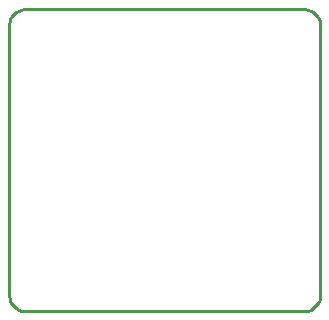
<source format=gko>
G04*
G04 #@! TF.GenerationSoftware,Altium Limited,Altium Designer,18.0.11 (651)*
G04*
G04 Layer_Color=16711935*
%FSLAX44Y44*%
%MOMM*%
G71*
G01*
G75*
%ADD20C,0.2540*%
D20*
X5080Y21590D02*
X5324Y19112D01*
X6047Y16730D01*
X7220Y14534D01*
X8800Y12610D01*
X10724Y11030D01*
X12920Y9857D01*
X15302Y9134D01*
X17780Y8890D01*
X255270D02*
X257748Y9134D01*
X260130Y9857D01*
X262326Y11030D01*
X264250Y12610D01*
X265830Y14534D01*
X267003Y16730D01*
X267726Y19112D01*
X267970Y21590D01*
Y251460D02*
X267726Y253938D01*
X267003Y256320D01*
X265830Y258516D01*
X264250Y260440D01*
X262326Y262020D01*
X260130Y263193D01*
X257748Y263916D01*
X255270Y264160D01*
X17780D02*
X15302Y263916D01*
X12920Y263193D01*
X10724Y262020D01*
X8800Y260440D01*
X7220Y258516D01*
X6047Y256320D01*
X5324Y253938D01*
X5080Y251460D01*
Y21590D02*
Y220980D01*
X17780Y8890D02*
X110490D01*
X267970Y21590D02*
Y35560D01*
X110490Y8890D02*
X255270D01*
X267970Y35560D02*
Y251460D01*
X17780Y264160D02*
X255270D01*
X5080Y220980D02*
Y251460D01*
M02*

</source>
